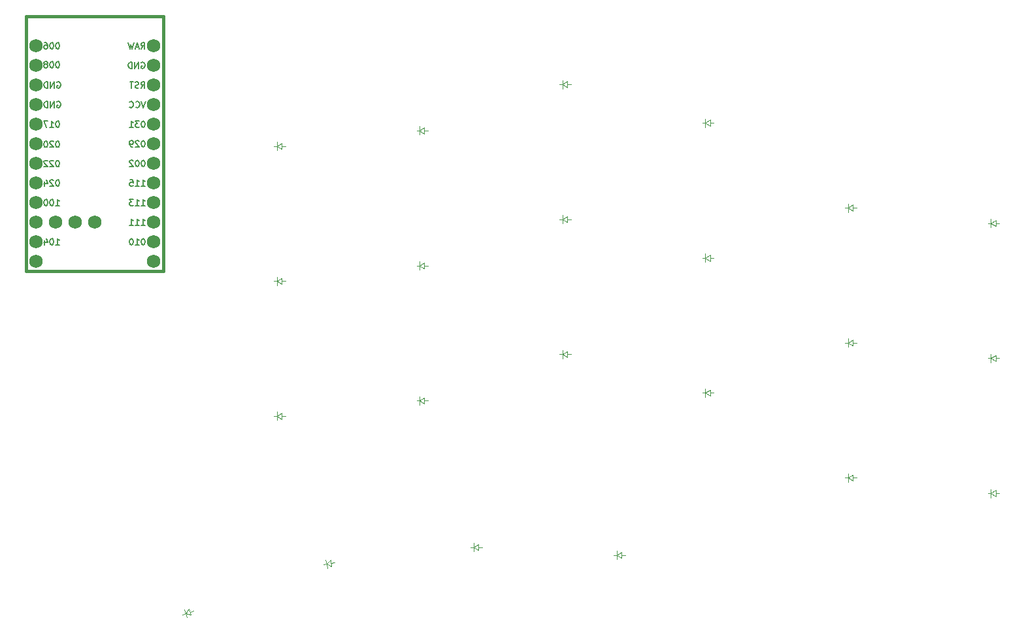
<source format=gbr>
%TF.GenerationSoftware,KiCad,Pcbnew,8.0.4*%
%TF.CreationDate,2024-08-22T13:25:09+01:00*%
%TF.ProjectId,right (v2 backup),72696768-7420-4287-9632-206261636b75,v1.0.0*%
%TF.SameCoordinates,Original*%
%TF.FileFunction,Legend,Bot*%
%TF.FilePolarity,Positive*%
%FSLAX46Y46*%
G04 Gerber Fmt 4.6, Leading zero omitted, Abs format (unit mm)*
G04 Created by KiCad (PCBNEW 8.0.4) date 2024-08-22 13:25:09*
%MOMM*%
%LPD*%
G01*
G04 APERTURE LIST*
%ADD10C,0.150000*%
%ADD11C,0.100000*%
%ADD12C,0.381000*%
%ADD13C,1.752600*%
G04 APERTURE END LIST*
D10*
X278091273Y-29872904D02*
X278357940Y-29491951D01*
X278548416Y-29872904D02*
X278548416Y-29072904D01*
X278548416Y-29072904D02*
X278243654Y-29072904D01*
X278243654Y-29072904D02*
X278167464Y-29110999D01*
X278167464Y-29110999D02*
X278129369Y-29149094D01*
X278129369Y-29149094D02*
X278091273Y-29225285D01*
X278091273Y-29225285D02*
X278091273Y-29339570D01*
X278091273Y-29339570D02*
X278129369Y-29415761D01*
X278129369Y-29415761D02*
X278167464Y-29453856D01*
X278167464Y-29453856D02*
X278243654Y-29491951D01*
X278243654Y-29491951D02*
X278548416Y-29491951D01*
X277786512Y-29644332D02*
X277405559Y-29644332D01*
X277862702Y-29872904D02*
X277596035Y-29072904D01*
X277596035Y-29072904D02*
X277329369Y-29872904D01*
X277138893Y-29072904D02*
X276948417Y-29872904D01*
X276948417Y-29872904D02*
X276796036Y-29301475D01*
X276796036Y-29301475D02*
X276643655Y-29872904D01*
X276643655Y-29872904D02*
X276453179Y-29072904D01*
X278129368Y-31650999D02*
X278205558Y-31612904D01*
X278205558Y-31612904D02*
X278319844Y-31612904D01*
X278319844Y-31612904D02*
X278434130Y-31650999D01*
X278434130Y-31650999D02*
X278510320Y-31727189D01*
X278510320Y-31727189D02*
X278548415Y-31803380D01*
X278548415Y-31803380D02*
X278586511Y-31955761D01*
X278586511Y-31955761D02*
X278586511Y-32070047D01*
X278586511Y-32070047D02*
X278548415Y-32222428D01*
X278548415Y-32222428D02*
X278510320Y-32298618D01*
X278510320Y-32298618D02*
X278434130Y-32374809D01*
X278434130Y-32374809D02*
X278319844Y-32412904D01*
X278319844Y-32412904D02*
X278243653Y-32412904D01*
X278243653Y-32412904D02*
X278129368Y-32374809D01*
X278129368Y-32374809D02*
X278091272Y-32336713D01*
X278091272Y-32336713D02*
X278091272Y-32070047D01*
X278091272Y-32070047D02*
X278243653Y-32070047D01*
X277748415Y-32412904D02*
X277748415Y-31612904D01*
X277748415Y-31612904D02*
X277291272Y-32412904D01*
X277291272Y-32412904D02*
X277291272Y-31612904D01*
X276910320Y-32412904D02*
X276910320Y-31612904D01*
X276910320Y-31612904D02*
X276719844Y-31612904D01*
X276719844Y-31612904D02*
X276605558Y-31650999D01*
X276605558Y-31650999D02*
X276529368Y-31727189D01*
X276529368Y-31727189D02*
X276491273Y-31803380D01*
X276491273Y-31803380D02*
X276453177Y-31955761D01*
X276453177Y-31955761D02*
X276453177Y-32070047D01*
X276453177Y-32070047D02*
X276491273Y-32222428D01*
X276491273Y-32222428D02*
X276529368Y-32298618D01*
X276529368Y-32298618D02*
X276605558Y-32374809D01*
X276605558Y-32374809D02*
X276719844Y-32412904D01*
X276719844Y-32412904D02*
X276910320Y-32412904D01*
X278091272Y-34952904D02*
X278357939Y-34571951D01*
X278548415Y-34952904D02*
X278548415Y-34152904D01*
X278548415Y-34152904D02*
X278243653Y-34152904D01*
X278243653Y-34152904D02*
X278167463Y-34190999D01*
X278167463Y-34190999D02*
X278129368Y-34229094D01*
X278129368Y-34229094D02*
X278091272Y-34305285D01*
X278091272Y-34305285D02*
X278091272Y-34419570D01*
X278091272Y-34419570D02*
X278129368Y-34495761D01*
X278129368Y-34495761D02*
X278167463Y-34533856D01*
X278167463Y-34533856D02*
X278243653Y-34571951D01*
X278243653Y-34571951D02*
X278548415Y-34571951D01*
X277786511Y-34914809D02*
X277672225Y-34952904D01*
X277672225Y-34952904D02*
X277481749Y-34952904D01*
X277481749Y-34952904D02*
X277405558Y-34914809D01*
X277405558Y-34914809D02*
X277367463Y-34876713D01*
X277367463Y-34876713D02*
X277329368Y-34800523D01*
X277329368Y-34800523D02*
X277329368Y-34724332D01*
X277329368Y-34724332D02*
X277367463Y-34648142D01*
X277367463Y-34648142D02*
X277405558Y-34610047D01*
X277405558Y-34610047D02*
X277481749Y-34571951D01*
X277481749Y-34571951D02*
X277634130Y-34533856D01*
X277634130Y-34533856D02*
X277710320Y-34495761D01*
X277710320Y-34495761D02*
X277748415Y-34457666D01*
X277748415Y-34457666D02*
X277786511Y-34381475D01*
X277786511Y-34381475D02*
X277786511Y-34305285D01*
X277786511Y-34305285D02*
X277748415Y-34229094D01*
X277748415Y-34229094D02*
X277710320Y-34190999D01*
X277710320Y-34190999D02*
X277634130Y-34152904D01*
X277634130Y-34152904D02*
X277443653Y-34152904D01*
X277443653Y-34152904D02*
X277329368Y-34190999D01*
X277100796Y-34152904D02*
X276643653Y-34152904D01*
X276872225Y-34952904D02*
X276872225Y-34152904D01*
X278669035Y-36692904D02*
X278402368Y-37492904D01*
X278402368Y-37492904D02*
X278135702Y-36692904D01*
X277411892Y-37416713D02*
X277449988Y-37454809D01*
X277449988Y-37454809D02*
X277564273Y-37492904D01*
X277564273Y-37492904D02*
X277640464Y-37492904D01*
X277640464Y-37492904D02*
X277754750Y-37454809D01*
X277754750Y-37454809D02*
X277830940Y-37378618D01*
X277830940Y-37378618D02*
X277869035Y-37302428D01*
X277869035Y-37302428D02*
X277907131Y-37150047D01*
X277907131Y-37150047D02*
X277907131Y-37035761D01*
X277907131Y-37035761D02*
X277869035Y-36883380D01*
X277869035Y-36883380D02*
X277830940Y-36807189D01*
X277830940Y-36807189D02*
X277754750Y-36730999D01*
X277754750Y-36730999D02*
X277640464Y-36692904D01*
X277640464Y-36692904D02*
X277564273Y-36692904D01*
X277564273Y-36692904D02*
X277449988Y-36730999D01*
X277449988Y-36730999D02*
X277411892Y-36769094D01*
X276611892Y-37416713D02*
X276649988Y-37454809D01*
X276649988Y-37454809D02*
X276764273Y-37492904D01*
X276764273Y-37492904D02*
X276840464Y-37492904D01*
X276840464Y-37492904D02*
X276954750Y-37454809D01*
X276954750Y-37454809D02*
X277030940Y-37378618D01*
X277030940Y-37378618D02*
X277069035Y-37302428D01*
X277069035Y-37302428D02*
X277107131Y-37150047D01*
X277107131Y-37150047D02*
X277107131Y-37035761D01*
X277107131Y-37035761D02*
X277069035Y-36883380D01*
X277069035Y-36883380D02*
X277030940Y-36807189D01*
X277030940Y-36807189D02*
X276954750Y-36730999D01*
X276954750Y-36730999D02*
X276840464Y-36692904D01*
X276840464Y-36692904D02*
X276764273Y-36692904D01*
X276764273Y-36692904D02*
X276649988Y-36730999D01*
X276649988Y-36730999D02*
X276611892Y-36769094D01*
X278402368Y-39232904D02*
X278326178Y-39232904D01*
X278326178Y-39232904D02*
X278249987Y-39270999D01*
X278249987Y-39270999D02*
X278211892Y-39309094D01*
X278211892Y-39309094D02*
X278173797Y-39385285D01*
X278173797Y-39385285D02*
X278135702Y-39537666D01*
X278135702Y-39537666D02*
X278135702Y-39728142D01*
X278135702Y-39728142D02*
X278173797Y-39880523D01*
X278173797Y-39880523D02*
X278211892Y-39956713D01*
X278211892Y-39956713D02*
X278249987Y-39994809D01*
X278249987Y-39994809D02*
X278326178Y-40032904D01*
X278326178Y-40032904D02*
X278402368Y-40032904D01*
X278402368Y-40032904D02*
X278478559Y-39994809D01*
X278478559Y-39994809D02*
X278516654Y-39956713D01*
X278516654Y-39956713D02*
X278554749Y-39880523D01*
X278554749Y-39880523D02*
X278592845Y-39728142D01*
X278592845Y-39728142D02*
X278592845Y-39537666D01*
X278592845Y-39537666D02*
X278554749Y-39385285D01*
X278554749Y-39385285D02*
X278516654Y-39309094D01*
X278516654Y-39309094D02*
X278478559Y-39270999D01*
X278478559Y-39270999D02*
X278402368Y-39232904D01*
X277869035Y-39232904D02*
X277373797Y-39232904D01*
X277373797Y-39232904D02*
X277640463Y-39537666D01*
X277640463Y-39537666D02*
X277526178Y-39537666D01*
X277526178Y-39537666D02*
X277449987Y-39575761D01*
X277449987Y-39575761D02*
X277411892Y-39613856D01*
X277411892Y-39613856D02*
X277373797Y-39690047D01*
X277373797Y-39690047D02*
X277373797Y-39880523D01*
X277373797Y-39880523D02*
X277411892Y-39956713D01*
X277411892Y-39956713D02*
X277449987Y-39994809D01*
X277449987Y-39994809D02*
X277526178Y-40032904D01*
X277526178Y-40032904D02*
X277754749Y-40032904D01*
X277754749Y-40032904D02*
X277830940Y-39994809D01*
X277830940Y-39994809D02*
X277869035Y-39956713D01*
X276611892Y-40032904D02*
X277069035Y-40032904D01*
X276840463Y-40032904D02*
X276840463Y-39232904D01*
X276840463Y-39232904D02*
X276916654Y-39347189D01*
X276916654Y-39347189D02*
X276992844Y-39423380D01*
X276992844Y-39423380D02*
X277069035Y-39461475D01*
X278402368Y-41772904D02*
X278326178Y-41772904D01*
X278326178Y-41772904D02*
X278249987Y-41810999D01*
X278249987Y-41810999D02*
X278211892Y-41849094D01*
X278211892Y-41849094D02*
X278173797Y-41925285D01*
X278173797Y-41925285D02*
X278135702Y-42077666D01*
X278135702Y-42077666D02*
X278135702Y-42268142D01*
X278135702Y-42268142D02*
X278173797Y-42420523D01*
X278173797Y-42420523D02*
X278211892Y-42496713D01*
X278211892Y-42496713D02*
X278249987Y-42534809D01*
X278249987Y-42534809D02*
X278326178Y-42572904D01*
X278326178Y-42572904D02*
X278402368Y-42572904D01*
X278402368Y-42572904D02*
X278478559Y-42534809D01*
X278478559Y-42534809D02*
X278516654Y-42496713D01*
X278516654Y-42496713D02*
X278554749Y-42420523D01*
X278554749Y-42420523D02*
X278592845Y-42268142D01*
X278592845Y-42268142D02*
X278592845Y-42077666D01*
X278592845Y-42077666D02*
X278554749Y-41925285D01*
X278554749Y-41925285D02*
X278516654Y-41849094D01*
X278516654Y-41849094D02*
X278478559Y-41810999D01*
X278478559Y-41810999D02*
X278402368Y-41772904D01*
X277830940Y-41849094D02*
X277792844Y-41810999D01*
X277792844Y-41810999D02*
X277716654Y-41772904D01*
X277716654Y-41772904D02*
X277526178Y-41772904D01*
X277526178Y-41772904D02*
X277449987Y-41810999D01*
X277449987Y-41810999D02*
X277411892Y-41849094D01*
X277411892Y-41849094D02*
X277373797Y-41925285D01*
X277373797Y-41925285D02*
X277373797Y-42001475D01*
X277373797Y-42001475D02*
X277411892Y-42115761D01*
X277411892Y-42115761D02*
X277869035Y-42572904D01*
X277869035Y-42572904D02*
X277373797Y-42572904D01*
X276992844Y-42572904D02*
X276840463Y-42572904D01*
X276840463Y-42572904D02*
X276764273Y-42534809D01*
X276764273Y-42534809D02*
X276726177Y-42496713D01*
X276726177Y-42496713D02*
X276649987Y-42382428D01*
X276649987Y-42382428D02*
X276611892Y-42230047D01*
X276611892Y-42230047D02*
X276611892Y-41925285D01*
X276611892Y-41925285D02*
X276649987Y-41849094D01*
X276649987Y-41849094D02*
X276688082Y-41810999D01*
X276688082Y-41810999D02*
X276764273Y-41772904D01*
X276764273Y-41772904D02*
X276916654Y-41772904D01*
X276916654Y-41772904D02*
X276992844Y-41810999D01*
X276992844Y-41810999D02*
X277030939Y-41849094D01*
X277030939Y-41849094D02*
X277069035Y-41925285D01*
X277069035Y-41925285D02*
X277069035Y-42115761D01*
X277069035Y-42115761D02*
X277030939Y-42191951D01*
X277030939Y-42191951D02*
X276992844Y-42230047D01*
X276992844Y-42230047D02*
X276916654Y-42268142D01*
X276916654Y-42268142D02*
X276764273Y-42268142D01*
X276764273Y-42268142D02*
X276688082Y-42230047D01*
X276688082Y-42230047D02*
X276649987Y-42191951D01*
X276649987Y-42191951D02*
X276611892Y-42115761D01*
X278402368Y-44312904D02*
X278326178Y-44312904D01*
X278326178Y-44312904D02*
X278249987Y-44350999D01*
X278249987Y-44350999D02*
X278211892Y-44389094D01*
X278211892Y-44389094D02*
X278173797Y-44465285D01*
X278173797Y-44465285D02*
X278135702Y-44617666D01*
X278135702Y-44617666D02*
X278135702Y-44808142D01*
X278135702Y-44808142D02*
X278173797Y-44960523D01*
X278173797Y-44960523D02*
X278211892Y-45036713D01*
X278211892Y-45036713D02*
X278249987Y-45074809D01*
X278249987Y-45074809D02*
X278326178Y-45112904D01*
X278326178Y-45112904D02*
X278402368Y-45112904D01*
X278402368Y-45112904D02*
X278478559Y-45074809D01*
X278478559Y-45074809D02*
X278516654Y-45036713D01*
X278516654Y-45036713D02*
X278554749Y-44960523D01*
X278554749Y-44960523D02*
X278592845Y-44808142D01*
X278592845Y-44808142D02*
X278592845Y-44617666D01*
X278592845Y-44617666D02*
X278554749Y-44465285D01*
X278554749Y-44465285D02*
X278516654Y-44389094D01*
X278516654Y-44389094D02*
X278478559Y-44350999D01*
X278478559Y-44350999D02*
X278402368Y-44312904D01*
X277640463Y-44312904D02*
X277564273Y-44312904D01*
X277564273Y-44312904D02*
X277488082Y-44350999D01*
X277488082Y-44350999D02*
X277449987Y-44389094D01*
X277449987Y-44389094D02*
X277411892Y-44465285D01*
X277411892Y-44465285D02*
X277373797Y-44617666D01*
X277373797Y-44617666D02*
X277373797Y-44808142D01*
X277373797Y-44808142D02*
X277411892Y-44960523D01*
X277411892Y-44960523D02*
X277449987Y-45036713D01*
X277449987Y-45036713D02*
X277488082Y-45074809D01*
X277488082Y-45074809D02*
X277564273Y-45112904D01*
X277564273Y-45112904D02*
X277640463Y-45112904D01*
X277640463Y-45112904D02*
X277716654Y-45074809D01*
X277716654Y-45074809D02*
X277754749Y-45036713D01*
X277754749Y-45036713D02*
X277792844Y-44960523D01*
X277792844Y-44960523D02*
X277830940Y-44808142D01*
X277830940Y-44808142D02*
X277830940Y-44617666D01*
X277830940Y-44617666D02*
X277792844Y-44465285D01*
X277792844Y-44465285D02*
X277754749Y-44389094D01*
X277754749Y-44389094D02*
X277716654Y-44350999D01*
X277716654Y-44350999D02*
X277640463Y-44312904D01*
X277069035Y-44389094D02*
X277030939Y-44350999D01*
X277030939Y-44350999D02*
X276954749Y-44312904D01*
X276954749Y-44312904D02*
X276764273Y-44312904D01*
X276764273Y-44312904D02*
X276688082Y-44350999D01*
X276688082Y-44350999D02*
X276649987Y-44389094D01*
X276649987Y-44389094D02*
X276611892Y-44465285D01*
X276611892Y-44465285D02*
X276611892Y-44541475D01*
X276611892Y-44541475D02*
X276649987Y-44655761D01*
X276649987Y-44655761D02*
X277107130Y-45112904D01*
X277107130Y-45112904D02*
X276611892Y-45112904D01*
X278135702Y-47652904D02*
X278592845Y-47652904D01*
X278364273Y-47652904D02*
X278364273Y-46852904D01*
X278364273Y-46852904D02*
X278440464Y-46967189D01*
X278440464Y-46967189D02*
X278516654Y-47043380D01*
X278516654Y-47043380D02*
X278592845Y-47081475D01*
X277373797Y-47652904D02*
X277830940Y-47652904D01*
X277602368Y-47652904D02*
X277602368Y-46852904D01*
X277602368Y-46852904D02*
X277678559Y-46967189D01*
X277678559Y-46967189D02*
X277754749Y-47043380D01*
X277754749Y-47043380D02*
X277830940Y-47081475D01*
X276649987Y-46852904D02*
X277030939Y-46852904D01*
X277030939Y-46852904D02*
X277069035Y-47233856D01*
X277069035Y-47233856D02*
X277030939Y-47195761D01*
X277030939Y-47195761D02*
X276954749Y-47157666D01*
X276954749Y-47157666D02*
X276764273Y-47157666D01*
X276764273Y-47157666D02*
X276688082Y-47195761D01*
X276688082Y-47195761D02*
X276649987Y-47233856D01*
X276649987Y-47233856D02*
X276611892Y-47310047D01*
X276611892Y-47310047D02*
X276611892Y-47500523D01*
X276611892Y-47500523D02*
X276649987Y-47576713D01*
X276649987Y-47576713D02*
X276688082Y-47614809D01*
X276688082Y-47614809D02*
X276764273Y-47652904D01*
X276764273Y-47652904D02*
X276954749Y-47652904D01*
X276954749Y-47652904D02*
X277030939Y-47614809D01*
X277030939Y-47614809D02*
X277069035Y-47576713D01*
X278135702Y-50192904D02*
X278592845Y-50192904D01*
X278364273Y-50192904D02*
X278364273Y-49392904D01*
X278364273Y-49392904D02*
X278440464Y-49507189D01*
X278440464Y-49507189D02*
X278516654Y-49583380D01*
X278516654Y-49583380D02*
X278592845Y-49621475D01*
X277373797Y-50192904D02*
X277830940Y-50192904D01*
X277602368Y-50192904D02*
X277602368Y-49392904D01*
X277602368Y-49392904D02*
X277678559Y-49507189D01*
X277678559Y-49507189D02*
X277754749Y-49583380D01*
X277754749Y-49583380D02*
X277830940Y-49621475D01*
X277107130Y-49392904D02*
X276611892Y-49392904D01*
X276611892Y-49392904D02*
X276878558Y-49697666D01*
X276878558Y-49697666D02*
X276764273Y-49697666D01*
X276764273Y-49697666D02*
X276688082Y-49735761D01*
X276688082Y-49735761D02*
X276649987Y-49773856D01*
X276649987Y-49773856D02*
X276611892Y-49850047D01*
X276611892Y-49850047D02*
X276611892Y-50040523D01*
X276611892Y-50040523D02*
X276649987Y-50116713D01*
X276649987Y-50116713D02*
X276688082Y-50154809D01*
X276688082Y-50154809D02*
X276764273Y-50192904D01*
X276764273Y-50192904D02*
X276992844Y-50192904D01*
X276992844Y-50192904D02*
X277069035Y-50154809D01*
X277069035Y-50154809D02*
X277107130Y-50116713D01*
X278135702Y-52732904D02*
X278592845Y-52732904D01*
X278364273Y-52732904D02*
X278364273Y-51932904D01*
X278364273Y-51932904D02*
X278440464Y-52047189D01*
X278440464Y-52047189D02*
X278516654Y-52123380D01*
X278516654Y-52123380D02*
X278592845Y-52161475D01*
X277373797Y-52732904D02*
X277830940Y-52732904D01*
X277602368Y-52732904D02*
X277602368Y-51932904D01*
X277602368Y-51932904D02*
X277678559Y-52047189D01*
X277678559Y-52047189D02*
X277754749Y-52123380D01*
X277754749Y-52123380D02*
X277830940Y-52161475D01*
X276611892Y-52732904D02*
X277069035Y-52732904D01*
X276840463Y-52732904D02*
X276840463Y-51932904D01*
X276840463Y-51932904D02*
X276916654Y-52047189D01*
X276916654Y-52047189D02*
X276992844Y-52123380D01*
X276992844Y-52123380D02*
X277069035Y-52161475D01*
X278402368Y-54472904D02*
X278326178Y-54472904D01*
X278326178Y-54472904D02*
X278249987Y-54510999D01*
X278249987Y-54510999D02*
X278211892Y-54549094D01*
X278211892Y-54549094D02*
X278173797Y-54625285D01*
X278173797Y-54625285D02*
X278135702Y-54777666D01*
X278135702Y-54777666D02*
X278135702Y-54968142D01*
X278135702Y-54968142D02*
X278173797Y-55120523D01*
X278173797Y-55120523D02*
X278211892Y-55196713D01*
X278211892Y-55196713D02*
X278249987Y-55234809D01*
X278249987Y-55234809D02*
X278326178Y-55272904D01*
X278326178Y-55272904D02*
X278402368Y-55272904D01*
X278402368Y-55272904D02*
X278478559Y-55234809D01*
X278478559Y-55234809D02*
X278516654Y-55196713D01*
X278516654Y-55196713D02*
X278554749Y-55120523D01*
X278554749Y-55120523D02*
X278592845Y-54968142D01*
X278592845Y-54968142D02*
X278592845Y-54777666D01*
X278592845Y-54777666D02*
X278554749Y-54625285D01*
X278554749Y-54625285D02*
X278516654Y-54549094D01*
X278516654Y-54549094D02*
X278478559Y-54510999D01*
X278478559Y-54510999D02*
X278402368Y-54472904D01*
X277373797Y-55272904D02*
X277830940Y-55272904D01*
X277602368Y-55272904D02*
X277602368Y-54472904D01*
X277602368Y-54472904D02*
X277678559Y-54587189D01*
X277678559Y-54587189D02*
X277754749Y-54663380D01*
X277754749Y-54663380D02*
X277830940Y-54701475D01*
X276878558Y-54472904D02*
X276802368Y-54472904D01*
X276802368Y-54472904D02*
X276726177Y-54510999D01*
X276726177Y-54510999D02*
X276688082Y-54549094D01*
X276688082Y-54549094D02*
X276649987Y-54625285D01*
X276649987Y-54625285D02*
X276611892Y-54777666D01*
X276611892Y-54777666D02*
X276611892Y-54968142D01*
X276611892Y-54968142D02*
X276649987Y-55120523D01*
X276649987Y-55120523D02*
X276688082Y-55196713D01*
X276688082Y-55196713D02*
X276726177Y-55234809D01*
X276726177Y-55234809D02*
X276802368Y-55272904D01*
X276802368Y-55272904D02*
X276878558Y-55272904D01*
X276878558Y-55272904D02*
X276954749Y-55234809D01*
X276954749Y-55234809D02*
X276992844Y-55196713D01*
X276992844Y-55196713D02*
X277030939Y-55120523D01*
X277030939Y-55120523D02*
X277069035Y-54968142D01*
X277069035Y-54968142D02*
X277069035Y-54777666D01*
X277069035Y-54777666D02*
X277030939Y-54625285D01*
X277030939Y-54625285D02*
X276992844Y-54549094D01*
X276992844Y-54549094D02*
X276954749Y-54510999D01*
X276954749Y-54510999D02*
X276878558Y-54472904D01*
X267327987Y-29072904D02*
X267251797Y-29072904D01*
X267251797Y-29072904D02*
X267175606Y-29110999D01*
X267175606Y-29110999D02*
X267137511Y-29149094D01*
X267137511Y-29149094D02*
X267099416Y-29225285D01*
X267099416Y-29225285D02*
X267061321Y-29377666D01*
X267061321Y-29377666D02*
X267061321Y-29568142D01*
X267061321Y-29568142D02*
X267099416Y-29720523D01*
X267099416Y-29720523D02*
X267137511Y-29796713D01*
X267137511Y-29796713D02*
X267175606Y-29834809D01*
X267175606Y-29834809D02*
X267251797Y-29872904D01*
X267251797Y-29872904D02*
X267327987Y-29872904D01*
X267327987Y-29872904D02*
X267404178Y-29834809D01*
X267404178Y-29834809D02*
X267442273Y-29796713D01*
X267442273Y-29796713D02*
X267480368Y-29720523D01*
X267480368Y-29720523D02*
X267518464Y-29568142D01*
X267518464Y-29568142D02*
X267518464Y-29377666D01*
X267518464Y-29377666D02*
X267480368Y-29225285D01*
X267480368Y-29225285D02*
X267442273Y-29149094D01*
X267442273Y-29149094D02*
X267404178Y-29110999D01*
X267404178Y-29110999D02*
X267327987Y-29072904D01*
X266566082Y-29072904D02*
X266489892Y-29072904D01*
X266489892Y-29072904D02*
X266413701Y-29110999D01*
X266413701Y-29110999D02*
X266375606Y-29149094D01*
X266375606Y-29149094D02*
X266337511Y-29225285D01*
X266337511Y-29225285D02*
X266299416Y-29377666D01*
X266299416Y-29377666D02*
X266299416Y-29568142D01*
X266299416Y-29568142D02*
X266337511Y-29720523D01*
X266337511Y-29720523D02*
X266375606Y-29796713D01*
X266375606Y-29796713D02*
X266413701Y-29834809D01*
X266413701Y-29834809D02*
X266489892Y-29872904D01*
X266489892Y-29872904D02*
X266566082Y-29872904D01*
X266566082Y-29872904D02*
X266642273Y-29834809D01*
X266642273Y-29834809D02*
X266680368Y-29796713D01*
X266680368Y-29796713D02*
X266718463Y-29720523D01*
X266718463Y-29720523D02*
X266756559Y-29568142D01*
X266756559Y-29568142D02*
X266756559Y-29377666D01*
X266756559Y-29377666D02*
X266718463Y-29225285D01*
X266718463Y-29225285D02*
X266680368Y-29149094D01*
X266680368Y-29149094D02*
X266642273Y-29110999D01*
X266642273Y-29110999D02*
X266566082Y-29072904D01*
X265613701Y-29072904D02*
X265766082Y-29072904D01*
X265766082Y-29072904D02*
X265842273Y-29110999D01*
X265842273Y-29110999D02*
X265880368Y-29149094D01*
X265880368Y-29149094D02*
X265956558Y-29263380D01*
X265956558Y-29263380D02*
X265994654Y-29415761D01*
X265994654Y-29415761D02*
X265994654Y-29720523D01*
X265994654Y-29720523D02*
X265956558Y-29796713D01*
X265956558Y-29796713D02*
X265918463Y-29834809D01*
X265918463Y-29834809D02*
X265842273Y-29872904D01*
X265842273Y-29872904D02*
X265689892Y-29872904D01*
X265689892Y-29872904D02*
X265613701Y-29834809D01*
X265613701Y-29834809D02*
X265575606Y-29796713D01*
X265575606Y-29796713D02*
X265537511Y-29720523D01*
X265537511Y-29720523D02*
X265537511Y-29530047D01*
X265537511Y-29530047D02*
X265575606Y-29453856D01*
X265575606Y-29453856D02*
X265613701Y-29415761D01*
X265613701Y-29415761D02*
X265689892Y-29377666D01*
X265689892Y-29377666D02*
X265842273Y-29377666D01*
X265842273Y-29377666D02*
X265918463Y-29415761D01*
X265918463Y-29415761D02*
X265956558Y-29453856D01*
X265956558Y-29453856D02*
X265994654Y-29530047D01*
X267327987Y-31542904D02*
X267251797Y-31542904D01*
X267251797Y-31542904D02*
X267175606Y-31580999D01*
X267175606Y-31580999D02*
X267137511Y-31619094D01*
X267137511Y-31619094D02*
X267099416Y-31695285D01*
X267099416Y-31695285D02*
X267061321Y-31847666D01*
X267061321Y-31847666D02*
X267061321Y-32038142D01*
X267061321Y-32038142D02*
X267099416Y-32190523D01*
X267099416Y-32190523D02*
X267137511Y-32266713D01*
X267137511Y-32266713D02*
X267175606Y-32304809D01*
X267175606Y-32304809D02*
X267251797Y-32342904D01*
X267251797Y-32342904D02*
X267327987Y-32342904D01*
X267327987Y-32342904D02*
X267404178Y-32304809D01*
X267404178Y-32304809D02*
X267442273Y-32266713D01*
X267442273Y-32266713D02*
X267480368Y-32190523D01*
X267480368Y-32190523D02*
X267518464Y-32038142D01*
X267518464Y-32038142D02*
X267518464Y-31847666D01*
X267518464Y-31847666D02*
X267480368Y-31695285D01*
X267480368Y-31695285D02*
X267442273Y-31619094D01*
X267442273Y-31619094D02*
X267404178Y-31580999D01*
X267404178Y-31580999D02*
X267327987Y-31542904D01*
X266566082Y-31542904D02*
X266489892Y-31542904D01*
X266489892Y-31542904D02*
X266413701Y-31580999D01*
X266413701Y-31580999D02*
X266375606Y-31619094D01*
X266375606Y-31619094D02*
X266337511Y-31695285D01*
X266337511Y-31695285D02*
X266299416Y-31847666D01*
X266299416Y-31847666D02*
X266299416Y-32038142D01*
X266299416Y-32038142D02*
X266337511Y-32190523D01*
X266337511Y-32190523D02*
X266375606Y-32266713D01*
X266375606Y-32266713D02*
X266413701Y-32304809D01*
X266413701Y-32304809D02*
X266489892Y-32342904D01*
X266489892Y-32342904D02*
X266566082Y-32342904D01*
X266566082Y-32342904D02*
X266642273Y-32304809D01*
X266642273Y-32304809D02*
X266680368Y-32266713D01*
X266680368Y-32266713D02*
X266718463Y-32190523D01*
X266718463Y-32190523D02*
X266756559Y-32038142D01*
X266756559Y-32038142D02*
X266756559Y-31847666D01*
X266756559Y-31847666D02*
X266718463Y-31695285D01*
X266718463Y-31695285D02*
X266680368Y-31619094D01*
X266680368Y-31619094D02*
X266642273Y-31580999D01*
X266642273Y-31580999D02*
X266566082Y-31542904D01*
X265842273Y-31885761D02*
X265918463Y-31847666D01*
X265918463Y-31847666D02*
X265956558Y-31809570D01*
X265956558Y-31809570D02*
X265994654Y-31733380D01*
X265994654Y-31733380D02*
X265994654Y-31695285D01*
X265994654Y-31695285D02*
X265956558Y-31619094D01*
X265956558Y-31619094D02*
X265918463Y-31580999D01*
X265918463Y-31580999D02*
X265842273Y-31542904D01*
X265842273Y-31542904D02*
X265689892Y-31542904D01*
X265689892Y-31542904D02*
X265613701Y-31580999D01*
X265613701Y-31580999D02*
X265575606Y-31619094D01*
X265575606Y-31619094D02*
X265537511Y-31695285D01*
X265537511Y-31695285D02*
X265537511Y-31733380D01*
X265537511Y-31733380D02*
X265575606Y-31809570D01*
X265575606Y-31809570D02*
X265613701Y-31847666D01*
X265613701Y-31847666D02*
X265689892Y-31885761D01*
X265689892Y-31885761D02*
X265842273Y-31885761D01*
X265842273Y-31885761D02*
X265918463Y-31923856D01*
X265918463Y-31923856D02*
X265956558Y-31961951D01*
X265956558Y-31961951D02*
X265994654Y-32038142D01*
X265994654Y-32038142D02*
X265994654Y-32190523D01*
X265994654Y-32190523D02*
X265956558Y-32266713D01*
X265956558Y-32266713D02*
X265918463Y-32304809D01*
X265918463Y-32304809D02*
X265842273Y-32342904D01*
X265842273Y-32342904D02*
X265689892Y-32342904D01*
X265689892Y-32342904D02*
X265613701Y-32304809D01*
X265613701Y-32304809D02*
X265575606Y-32266713D01*
X265575606Y-32266713D02*
X265537511Y-32190523D01*
X265537511Y-32190523D02*
X265537511Y-32038142D01*
X265537511Y-32038142D02*
X265575606Y-31961951D01*
X265575606Y-31961951D02*
X265613701Y-31923856D01*
X265613701Y-31923856D02*
X265689892Y-31885761D01*
X267213701Y-34190999D02*
X267289891Y-34152904D01*
X267289891Y-34152904D02*
X267404177Y-34152904D01*
X267404177Y-34152904D02*
X267518463Y-34190999D01*
X267518463Y-34190999D02*
X267594653Y-34267189D01*
X267594653Y-34267189D02*
X267632748Y-34343380D01*
X267632748Y-34343380D02*
X267670844Y-34495761D01*
X267670844Y-34495761D02*
X267670844Y-34610047D01*
X267670844Y-34610047D02*
X267632748Y-34762428D01*
X267632748Y-34762428D02*
X267594653Y-34838618D01*
X267594653Y-34838618D02*
X267518463Y-34914809D01*
X267518463Y-34914809D02*
X267404177Y-34952904D01*
X267404177Y-34952904D02*
X267327986Y-34952904D01*
X267327986Y-34952904D02*
X267213701Y-34914809D01*
X267213701Y-34914809D02*
X267175605Y-34876713D01*
X267175605Y-34876713D02*
X267175605Y-34610047D01*
X267175605Y-34610047D02*
X267327986Y-34610047D01*
X266832748Y-34952904D02*
X266832748Y-34152904D01*
X266832748Y-34152904D02*
X266375605Y-34952904D01*
X266375605Y-34952904D02*
X266375605Y-34152904D01*
X265994653Y-34952904D02*
X265994653Y-34152904D01*
X265994653Y-34152904D02*
X265804177Y-34152904D01*
X265804177Y-34152904D02*
X265689891Y-34190999D01*
X265689891Y-34190999D02*
X265613701Y-34267189D01*
X265613701Y-34267189D02*
X265575606Y-34343380D01*
X265575606Y-34343380D02*
X265537510Y-34495761D01*
X265537510Y-34495761D02*
X265537510Y-34610047D01*
X265537510Y-34610047D02*
X265575606Y-34762428D01*
X265575606Y-34762428D02*
X265613701Y-34838618D01*
X265613701Y-34838618D02*
X265689891Y-34914809D01*
X265689891Y-34914809D02*
X265804177Y-34952904D01*
X265804177Y-34952904D02*
X265994653Y-34952904D01*
X267213702Y-36730999D02*
X267289892Y-36692904D01*
X267289892Y-36692904D02*
X267404178Y-36692904D01*
X267404178Y-36692904D02*
X267518464Y-36730999D01*
X267518464Y-36730999D02*
X267594654Y-36807189D01*
X267594654Y-36807189D02*
X267632749Y-36883380D01*
X267632749Y-36883380D02*
X267670845Y-37035761D01*
X267670845Y-37035761D02*
X267670845Y-37150047D01*
X267670845Y-37150047D02*
X267632749Y-37302428D01*
X267632749Y-37302428D02*
X267594654Y-37378618D01*
X267594654Y-37378618D02*
X267518464Y-37454809D01*
X267518464Y-37454809D02*
X267404178Y-37492904D01*
X267404178Y-37492904D02*
X267327987Y-37492904D01*
X267327987Y-37492904D02*
X267213702Y-37454809D01*
X267213702Y-37454809D02*
X267175606Y-37416713D01*
X267175606Y-37416713D02*
X267175606Y-37150047D01*
X267175606Y-37150047D02*
X267327987Y-37150047D01*
X266832749Y-37492904D02*
X266832749Y-36692904D01*
X266832749Y-36692904D02*
X266375606Y-37492904D01*
X266375606Y-37492904D02*
X266375606Y-36692904D01*
X265994654Y-37492904D02*
X265994654Y-36692904D01*
X265994654Y-36692904D02*
X265804178Y-36692904D01*
X265804178Y-36692904D02*
X265689892Y-36730999D01*
X265689892Y-36730999D02*
X265613702Y-36807189D01*
X265613702Y-36807189D02*
X265575607Y-36883380D01*
X265575607Y-36883380D02*
X265537511Y-37035761D01*
X265537511Y-37035761D02*
X265537511Y-37150047D01*
X265537511Y-37150047D02*
X265575607Y-37302428D01*
X265575607Y-37302428D02*
X265613702Y-37378618D01*
X265613702Y-37378618D02*
X265689892Y-37454809D01*
X265689892Y-37454809D02*
X265804178Y-37492904D01*
X265804178Y-37492904D02*
X265994654Y-37492904D01*
X267327987Y-39242904D02*
X267251797Y-39242904D01*
X267251797Y-39242904D02*
X267175606Y-39280999D01*
X267175606Y-39280999D02*
X267137511Y-39319094D01*
X267137511Y-39319094D02*
X267099416Y-39395285D01*
X267099416Y-39395285D02*
X267061321Y-39547666D01*
X267061321Y-39547666D02*
X267061321Y-39738142D01*
X267061321Y-39738142D02*
X267099416Y-39890523D01*
X267099416Y-39890523D02*
X267137511Y-39966713D01*
X267137511Y-39966713D02*
X267175606Y-40004809D01*
X267175606Y-40004809D02*
X267251797Y-40042904D01*
X267251797Y-40042904D02*
X267327987Y-40042904D01*
X267327987Y-40042904D02*
X267404178Y-40004809D01*
X267404178Y-40004809D02*
X267442273Y-39966713D01*
X267442273Y-39966713D02*
X267480368Y-39890523D01*
X267480368Y-39890523D02*
X267518464Y-39738142D01*
X267518464Y-39738142D02*
X267518464Y-39547666D01*
X267518464Y-39547666D02*
X267480368Y-39395285D01*
X267480368Y-39395285D02*
X267442273Y-39319094D01*
X267442273Y-39319094D02*
X267404178Y-39280999D01*
X267404178Y-39280999D02*
X267327987Y-39242904D01*
X266299416Y-40042904D02*
X266756559Y-40042904D01*
X266527987Y-40042904D02*
X266527987Y-39242904D01*
X266527987Y-39242904D02*
X266604178Y-39357189D01*
X266604178Y-39357189D02*
X266680368Y-39433380D01*
X266680368Y-39433380D02*
X266756559Y-39471475D01*
X266032749Y-39242904D02*
X265499415Y-39242904D01*
X265499415Y-39242904D02*
X265842273Y-40042904D01*
X267327987Y-41842904D02*
X267251797Y-41842904D01*
X267251797Y-41842904D02*
X267175606Y-41880999D01*
X267175606Y-41880999D02*
X267137511Y-41919094D01*
X267137511Y-41919094D02*
X267099416Y-41995285D01*
X267099416Y-41995285D02*
X267061321Y-42147666D01*
X267061321Y-42147666D02*
X267061321Y-42338142D01*
X267061321Y-42338142D02*
X267099416Y-42490523D01*
X267099416Y-42490523D02*
X267137511Y-42566713D01*
X267137511Y-42566713D02*
X267175606Y-42604809D01*
X267175606Y-42604809D02*
X267251797Y-42642904D01*
X267251797Y-42642904D02*
X267327987Y-42642904D01*
X267327987Y-42642904D02*
X267404178Y-42604809D01*
X267404178Y-42604809D02*
X267442273Y-42566713D01*
X267442273Y-42566713D02*
X267480368Y-42490523D01*
X267480368Y-42490523D02*
X267518464Y-42338142D01*
X267518464Y-42338142D02*
X267518464Y-42147666D01*
X267518464Y-42147666D02*
X267480368Y-41995285D01*
X267480368Y-41995285D02*
X267442273Y-41919094D01*
X267442273Y-41919094D02*
X267404178Y-41880999D01*
X267404178Y-41880999D02*
X267327987Y-41842904D01*
X266756559Y-41919094D02*
X266718463Y-41880999D01*
X266718463Y-41880999D02*
X266642273Y-41842904D01*
X266642273Y-41842904D02*
X266451797Y-41842904D01*
X266451797Y-41842904D02*
X266375606Y-41880999D01*
X266375606Y-41880999D02*
X266337511Y-41919094D01*
X266337511Y-41919094D02*
X266299416Y-41995285D01*
X266299416Y-41995285D02*
X266299416Y-42071475D01*
X266299416Y-42071475D02*
X266337511Y-42185761D01*
X266337511Y-42185761D02*
X266794654Y-42642904D01*
X266794654Y-42642904D02*
X266299416Y-42642904D01*
X265804177Y-41842904D02*
X265727987Y-41842904D01*
X265727987Y-41842904D02*
X265651796Y-41880999D01*
X265651796Y-41880999D02*
X265613701Y-41919094D01*
X265613701Y-41919094D02*
X265575606Y-41995285D01*
X265575606Y-41995285D02*
X265537511Y-42147666D01*
X265537511Y-42147666D02*
X265537511Y-42338142D01*
X265537511Y-42338142D02*
X265575606Y-42490523D01*
X265575606Y-42490523D02*
X265613701Y-42566713D01*
X265613701Y-42566713D02*
X265651796Y-42604809D01*
X265651796Y-42604809D02*
X265727987Y-42642904D01*
X265727987Y-42642904D02*
X265804177Y-42642904D01*
X265804177Y-42642904D02*
X265880368Y-42604809D01*
X265880368Y-42604809D02*
X265918463Y-42566713D01*
X265918463Y-42566713D02*
X265956558Y-42490523D01*
X265956558Y-42490523D02*
X265994654Y-42338142D01*
X265994654Y-42338142D02*
X265994654Y-42147666D01*
X265994654Y-42147666D02*
X265956558Y-41995285D01*
X265956558Y-41995285D02*
X265918463Y-41919094D01*
X265918463Y-41919094D02*
X265880368Y-41880999D01*
X265880368Y-41880999D02*
X265804177Y-41842904D01*
X267327987Y-44342904D02*
X267251797Y-44342904D01*
X267251797Y-44342904D02*
X267175606Y-44380999D01*
X267175606Y-44380999D02*
X267137511Y-44419094D01*
X267137511Y-44419094D02*
X267099416Y-44495285D01*
X267099416Y-44495285D02*
X267061321Y-44647666D01*
X267061321Y-44647666D02*
X267061321Y-44838142D01*
X267061321Y-44838142D02*
X267099416Y-44990523D01*
X267099416Y-44990523D02*
X267137511Y-45066713D01*
X267137511Y-45066713D02*
X267175606Y-45104809D01*
X267175606Y-45104809D02*
X267251797Y-45142904D01*
X267251797Y-45142904D02*
X267327987Y-45142904D01*
X267327987Y-45142904D02*
X267404178Y-45104809D01*
X267404178Y-45104809D02*
X267442273Y-45066713D01*
X267442273Y-45066713D02*
X267480368Y-44990523D01*
X267480368Y-44990523D02*
X267518464Y-44838142D01*
X267518464Y-44838142D02*
X267518464Y-44647666D01*
X267518464Y-44647666D02*
X267480368Y-44495285D01*
X267480368Y-44495285D02*
X267442273Y-44419094D01*
X267442273Y-44419094D02*
X267404178Y-44380999D01*
X267404178Y-44380999D02*
X267327987Y-44342904D01*
X266756559Y-44419094D02*
X266718463Y-44380999D01*
X266718463Y-44380999D02*
X266642273Y-44342904D01*
X266642273Y-44342904D02*
X266451797Y-44342904D01*
X266451797Y-44342904D02*
X266375606Y-44380999D01*
X266375606Y-44380999D02*
X266337511Y-44419094D01*
X266337511Y-44419094D02*
X266299416Y-44495285D01*
X266299416Y-44495285D02*
X266299416Y-44571475D01*
X266299416Y-44571475D02*
X266337511Y-44685761D01*
X266337511Y-44685761D02*
X266794654Y-45142904D01*
X266794654Y-45142904D02*
X266299416Y-45142904D01*
X265994654Y-44419094D02*
X265956558Y-44380999D01*
X265956558Y-44380999D02*
X265880368Y-44342904D01*
X265880368Y-44342904D02*
X265689892Y-44342904D01*
X265689892Y-44342904D02*
X265613701Y-44380999D01*
X265613701Y-44380999D02*
X265575606Y-44419094D01*
X265575606Y-44419094D02*
X265537511Y-44495285D01*
X265537511Y-44495285D02*
X265537511Y-44571475D01*
X265537511Y-44571475D02*
X265575606Y-44685761D01*
X265575606Y-44685761D02*
X266032749Y-45142904D01*
X266032749Y-45142904D02*
X265537511Y-45142904D01*
X267327987Y-46852904D02*
X267251797Y-46852904D01*
X267251797Y-46852904D02*
X267175606Y-46890999D01*
X267175606Y-46890999D02*
X267137511Y-46929094D01*
X267137511Y-46929094D02*
X267099416Y-47005285D01*
X267099416Y-47005285D02*
X267061321Y-47157666D01*
X267061321Y-47157666D02*
X267061321Y-47348142D01*
X267061321Y-47348142D02*
X267099416Y-47500523D01*
X267099416Y-47500523D02*
X267137511Y-47576713D01*
X267137511Y-47576713D02*
X267175606Y-47614809D01*
X267175606Y-47614809D02*
X267251797Y-47652904D01*
X267251797Y-47652904D02*
X267327987Y-47652904D01*
X267327987Y-47652904D02*
X267404178Y-47614809D01*
X267404178Y-47614809D02*
X267442273Y-47576713D01*
X267442273Y-47576713D02*
X267480368Y-47500523D01*
X267480368Y-47500523D02*
X267518464Y-47348142D01*
X267518464Y-47348142D02*
X267518464Y-47157666D01*
X267518464Y-47157666D02*
X267480368Y-47005285D01*
X267480368Y-47005285D02*
X267442273Y-46929094D01*
X267442273Y-46929094D02*
X267404178Y-46890999D01*
X267404178Y-46890999D02*
X267327987Y-46852904D01*
X266756559Y-46929094D02*
X266718463Y-46890999D01*
X266718463Y-46890999D02*
X266642273Y-46852904D01*
X266642273Y-46852904D02*
X266451797Y-46852904D01*
X266451797Y-46852904D02*
X266375606Y-46890999D01*
X266375606Y-46890999D02*
X266337511Y-46929094D01*
X266337511Y-46929094D02*
X266299416Y-47005285D01*
X266299416Y-47005285D02*
X266299416Y-47081475D01*
X266299416Y-47081475D02*
X266337511Y-47195761D01*
X266337511Y-47195761D02*
X266794654Y-47652904D01*
X266794654Y-47652904D02*
X266299416Y-47652904D01*
X265613701Y-47119570D02*
X265613701Y-47652904D01*
X265804177Y-46814809D02*
X265994654Y-47386237D01*
X265994654Y-47386237D02*
X265499415Y-47386237D01*
X267061321Y-50192904D02*
X267518464Y-50192904D01*
X267289892Y-50192904D02*
X267289892Y-49392904D01*
X267289892Y-49392904D02*
X267366083Y-49507189D01*
X267366083Y-49507189D02*
X267442273Y-49583380D01*
X267442273Y-49583380D02*
X267518464Y-49621475D01*
X266566082Y-49392904D02*
X266489892Y-49392904D01*
X266489892Y-49392904D02*
X266413701Y-49430999D01*
X266413701Y-49430999D02*
X266375606Y-49469094D01*
X266375606Y-49469094D02*
X266337511Y-49545285D01*
X266337511Y-49545285D02*
X266299416Y-49697666D01*
X266299416Y-49697666D02*
X266299416Y-49888142D01*
X266299416Y-49888142D02*
X266337511Y-50040523D01*
X266337511Y-50040523D02*
X266375606Y-50116713D01*
X266375606Y-50116713D02*
X266413701Y-50154809D01*
X266413701Y-50154809D02*
X266489892Y-50192904D01*
X266489892Y-50192904D02*
X266566082Y-50192904D01*
X266566082Y-50192904D02*
X266642273Y-50154809D01*
X266642273Y-50154809D02*
X266680368Y-50116713D01*
X266680368Y-50116713D02*
X266718463Y-50040523D01*
X266718463Y-50040523D02*
X266756559Y-49888142D01*
X266756559Y-49888142D02*
X266756559Y-49697666D01*
X266756559Y-49697666D02*
X266718463Y-49545285D01*
X266718463Y-49545285D02*
X266680368Y-49469094D01*
X266680368Y-49469094D02*
X266642273Y-49430999D01*
X266642273Y-49430999D02*
X266566082Y-49392904D01*
X265804177Y-49392904D02*
X265727987Y-49392904D01*
X265727987Y-49392904D02*
X265651796Y-49430999D01*
X265651796Y-49430999D02*
X265613701Y-49469094D01*
X265613701Y-49469094D02*
X265575606Y-49545285D01*
X265575606Y-49545285D02*
X265537511Y-49697666D01*
X265537511Y-49697666D02*
X265537511Y-49888142D01*
X265537511Y-49888142D02*
X265575606Y-50040523D01*
X265575606Y-50040523D02*
X265613701Y-50116713D01*
X265613701Y-50116713D02*
X265651796Y-50154809D01*
X265651796Y-50154809D02*
X265727987Y-50192904D01*
X265727987Y-50192904D02*
X265804177Y-50192904D01*
X265804177Y-50192904D02*
X265880368Y-50154809D01*
X265880368Y-50154809D02*
X265918463Y-50116713D01*
X265918463Y-50116713D02*
X265956558Y-50040523D01*
X265956558Y-50040523D02*
X265994654Y-49888142D01*
X265994654Y-49888142D02*
X265994654Y-49697666D01*
X265994654Y-49697666D02*
X265956558Y-49545285D01*
X265956558Y-49545285D02*
X265918463Y-49469094D01*
X265918463Y-49469094D02*
X265880368Y-49430999D01*
X265880368Y-49430999D02*
X265804177Y-49392904D01*
X267061321Y-55272903D02*
X267518464Y-55272903D01*
X267289892Y-55272903D02*
X267289892Y-54472903D01*
X267289892Y-54472903D02*
X267366083Y-54587188D01*
X267366083Y-54587188D02*
X267442273Y-54663379D01*
X267442273Y-54663379D02*
X267518464Y-54701474D01*
X266566082Y-54472903D02*
X266489892Y-54472903D01*
X266489892Y-54472903D02*
X266413701Y-54510998D01*
X266413701Y-54510998D02*
X266375606Y-54549093D01*
X266375606Y-54549093D02*
X266337511Y-54625284D01*
X266337511Y-54625284D02*
X266299416Y-54777665D01*
X266299416Y-54777665D02*
X266299416Y-54968141D01*
X266299416Y-54968141D02*
X266337511Y-55120522D01*
X266337511Y-55120522D02*
X266375606Y-55196712D01*
X266375606Y-55196712D02*
X266413701Y-55234808D01*
X266413701Y-55234808D02*
X266489892Y-55272903D01*
X266489892Y-55272903D02*
X266566082Y-55272903D01*
X266566082Y-55272903D02*
X266642273Y-55234808D01*
X266642273Y-55234808D02*
X266680368Y-55196712D01*
X266680368Y-55196712D02*
X266718463Y-55120522D01*
X266718463Y-55120522D02*
X266756559Y-54968141D01*
X266756559Y-54968141D02*
X266756559Y-54777665D01*
X266756559Y-54777665D02*
X266718463Y-54625284D01*
X266718463Y-54625284D02*
X266680368Y-54549093D01*
X266680368Y-54549093D02*
X266642273Y-54510998D01*
X266642273Y-54510998D02*
X266566082Y-54472903D01*
X265613701Y-54739569D02*
X265613701Y-55272903D01*
X265804177Y-54434808D02*
X265994654Y-55006236D01*
X265994654Y-55006236D02*
X265499415Y-55006236D01*
D11*
%TO.C,D1*%
X388815179Y-87480610D02*
X389315178Y-87480610D01*
X388815178Y-87880610D02*
X388215178Y-87480609D01*
X388815178Y-87080610D02*
X388815178Y-87880610D01*
X388215178Y-87480609D02*
X388815178Y-87080610D01*
X388215178Y-87480609D02*
X388215178Y-88030610D01*
X388215178Y-87480609D02*
X388215179Y-86930611D01*
X387815178Y-87480610D02*
X388215178Y-87480609D01*
%TO.C,D2*%
X388815180Y-69980608D02*
X389315179Y-69980608D01*
X388815179Y-70380608D02*
X388215179Y-69980607D01*
X388815179Y-69580608D02*
X388815179Y-70380608D01*
X388215179Y-69980607D02*
X388815179Y-69580608D01*
X388215179Y-69980607D02*
X388215179Y-70530608D01*
X388215179Y-69980607D02*
X388215180Y-69430609D01*
X387815179Y-69980608D02*
X388215179Y-69980607D01*
%TO.C,D3*%
X388815178Y-52480609D02*
X389315177Y-52480609D01*
X388815177Y-52880609D02*
X388215177Y-52480608D01*
X388815177Y-52080609D02*
X388815177Y-52880609D01*
X388215177Y-52480608D02*
X388815177Y-52080609D01*
X388215177Y-52480608D02*
X388215177Y-53030609D01*
X388215177Y-52480608D02*
X388215178Y-51930610D01*
X387815177Y-52480609D02*
X388215177Y-52480608D01*
%TO.C,D4*%
X370315179Y-85480609D02*
X370815178Y-85480609D01*
X370315178Y-85880609D02*
X369715178Y-85480608D01*
X370315178Y-85080609D02*
X370315178Y-85880609D01*
X369715178Y-85480608D02*
X370315178Y-85080609D01*
X369715178Y-85480608D02*
X369715178Y-86030609D01*
X369715178Y-85480608D02*
X369715179Y-84930610D01*
X369315178Y-85480609D02*
X369715178Y-85480608D01*
%TO.C,D5*%
X370315177Y-67980609D02*
X370815176Y-67980609D01*
X370315176Y-68380609D02*
X369715176Y-67980608D01*
X370315176Y-67580609D02*
X370315176Y-68380609D01*
X369715176Y-67980608D02*
X370315176Y-67580609D01*
X369715176Y-67980608D02*
X369715176Y-68530609D01*
X369715176Y-67980608D02*
X369715177Y-67430610D01*
X369315176Y-67980609D02*
X369715176Y-67980608D01*
%TO.C,D6*%
X370315180Y-50480609D02*
X370815179Y-50480609D01*
X370315179Y-50880609D02*
X369715179Y-50480608D01*
X370315179Y-50080609D02*
X370315179Y-50880609D01*
X369715179Y-50480608D02*
X370315179Y-50080609D01*
X369715179Y-50480608D02*
X369715179Y-51030609D01*
X369715179Y-50480608D02*
X369715180Y-49930610D01*
X369315179Y-50480609D02*
X369715179Y-50480608D01*
%TO.C,D7*%
X351815178Y-74480609D02*
X352315177Y-74480609D01*
X351815177Y-74880609D02*
X351215177Y-74480608D01*
X351815177Y-74080609D02*
X351815177Y-74880609D01*
X351215177Y-74480608D02*
X351815177Y-74080609D01*
X351215177Y-74480608D02*
X351215177Y-75030609D01*
X351215177Y-74480608D02*
X351215178Y-73930610D01*
X350815177Y-74480609D02*
X351215177Y-74480608D01*
%TO.C,D8*%
X351815180Y-56980608D02*
X352315179Y-56980608D01*
X351815179Y-57380608D02*
X351215179Y-56980607D01*
X351815179Y-56580608D02*
X351815179Y-57380608D01*
X351215179Y-56980607D02*
X351815179Y-56580608D01*
X351215179Y-56980607D02*
X351215179Y-57530608D01*
X351215179Y-56980607D02*
X351215180Y-56430609D01*
X350815179Y-56980608D02*
X351215179Y-56980607D01*
%TO.C,D9*%
X351815179Y-39480609D02*
X352315178Y-39480609D01*
X351815178Y-39880609D02*
X351215178Y-39480608D01*
X351815178Y-39080609D02*
X351815178Y-39880609D01*
X351215178Y-39480608D02*
X351815178Y-39080609D01*
X351215178Y-39480608D02*
X351215178Y-40030609D01*
X351215178Y-39480608D02*
X351215179Y-38930610D01*
X350815178Y-39480609D02*
X351215178Y-39480608D01*
%TO.C,D10*%
X333315178Y-69480609D02*
X333815177Y-69480609D01*
X333315177Y-69880609D02*
X332715177Y-69480608D01*
X333315177Y-69080609D02*
X333315177Y-69880609D01*
X332715177Y-69480608D02*
X333315177Y-69080609D01*
X332715177Y-69480608D02*
X332715177Y-70030609D01*
X332715177Y-69480608D02*
X332715178Y-68930610D01*
X332315177Y-69480609D02*
X332715177Y-69480608D01*
%TO.C,D11*%
X333315179Y-51980608D02*
X333815178Y-51980608D01*
X333315178Y-52380608D02*
X332715178Y-51980607D01*
X333315178Y-51580608D02*
X333315178Y-52380608D01*
X332715178Y-51980607D02*
X333315178Y-51580608D01*
X332715178Y-51980607D02*
X332715178Y-52530608D01*
X332715178Y-51980607D02*
X332715179Y-51430609D01*
X332315178Y-51980608D02*
X332715178Y-51980607D01*
%TO.C,D12*%
X333315180Y-34480609D02*
X333815179Y-34480609D01*
X333315179Y-34880609D02*
X332715179Y-34480608D01*
X333315179Y-34080609D02*
X333315179Y-34880609D01*
X332715179Y-34480608D02*
X333315179Y-34080609D01*
X332715179Y-34480608D02*
X332715179Y-35030609D01*
X332715179Y-34480608D02*
X332715180Y-33930610D01*
X332315179Y-34480609D02*
X332715179Y-34480608D01*
%TO.C,D13*%
X314815180Y-75480610D02*
X315315179Y-75480610D01*
X314815179Y-75880610D02*
X314215179Y-75480609D01*
X314815179Y-75080610D02*
X314815179Y-75880610D01*
X314215179Y-75480609D02*
X314815179Y-75080610D01*
X314215179Y-75480609D02*
X314215179Y-76030610D01*
X314215179Y-75480609D02*
X314215180Y-74930611D01*
X313815179Y-75480610D02*
X314215179Y-75480609D01*
%TO.C,D14*%
X314815178Y-57980608D02*
X315315177Y-57980608D01*
X314815177Y-58380608D02*
X314215177Y-57980607D01*
X314815177Y-57580608D02*
X314815177Y-58380608D01*
X314215177Y-57980607D02*
X314815177Y-57580608D01*
X314215177Y-57980607D02*
X314215177Y-58530608D01*
X314215177Y-57980607D02*
X314215178Y-57430609D01*
X313815177Y-57980608D02*
X314215177Y-57980607D01*
%TO.C,D15*%
X314815179Y-40480609D02*
X315315178Y-40480609D01*
X314815178Y-40880609D02*
X314215178Y-40480608D01*
X314815178Y-40080609D02*
X314815178Y-40880609D01*
X314215178Y-40480608D02*
X314815178Y-40080609D01*
X314215178Y-40480608D02*
X314215178Y-41030609D01*
X314215178Y-40480608D02*
X314215179Y-39930610D01*
X313815178Y-40480609D02*
X314215178Y-40480608D01*
%TO.C,D16*%
X296315179Y-77480610D02*
X296815178Y-77480610D01*
X296315178Y-77880610D02*
X295715178Y-77480609D01*
X296315178Y-77080610D02*
X296315178Y-77880610D01*
X295715178Y-77480609D02*
X296315178Y-77080610D01*
X295715178Y-77480609D02*
X295715178Y-78030610D01*
X295715178Y-77480609D02*
X295715179Y-76930611D01*
X295315178Y-77480610D02*
X295715178Y-77480609D01*
%TO.C,D17*%
X296315180Y-59980607D02*
X296815179Y-59980607D01*
X296315179Y-60380607D02*
X295715179Y-59980606D01*
X296315179Y-59580607D02*
X296315179Y-60380607D01*
X295715179Y-59980606D02*
X296315179Y-59580607D01*
X295715179Y-59980606D02*
X295715179Y-60530607D01*
X295715179Y-59980606D02*
X295715180Y-59430608D01*
X295315179Y-59980607D02*
X295715179Y-59980606D01*
%TO.C,D18*%
X296315179Y-42480609D02*
X296815178Y-42480609D01*
X296315178Y-42880609D02*
X295715178Y-42480608D01*
X296315178Y-42080609D02*
X296315178Y-42880609D01*
X295715178Y-42480608D02*
X296315178Y-42080609D01*
X295715178Y-42480608D02*
X295715178Y-43030609D01*
X295715178Y-42480608D02*
X295715179Y-41930610D01*
X295315178Y-42480609D02*
X295715178Y-42480608D01*
%TO.C,D19*%
X340315177Y-95480609D02*
X340815176Y-95480609D01*
X340315176Y-95880609D02*
X339715176Y-95480608D01*
X340315176Y-95080609D02*
X340315176Y-95880609D01*
X339715176Y-95480608D02*
X340315176Y-95080609D01*
X339715176Y-95480608D02*
X339715176Y-96030609D01*
X339715176Y-95480608D02*
X339715177Y-94930610D01*
X339315176Y-95480609D02*
X339715176Y-95480608D01*
%TO.C,D20*%
X321815179Y-94480608D02*
X322315178Y-94480608D01*
X321815178Y-94880608D02*
X321215178Y-94480607D01*
X321815178Y-94080608D02*
X321815178Y-94880608D01*
X321215178Y-94480607D02*
X321815178Y-94080608D01*
X321215178Y-94480607D02*
X321215178Y-95030608D01*
X321215178Y-94480607D02*
X321215179Y-93930609D01*
X320815178Y-94480608D02*
X321215178Y-94480607D01*
%TO.C,D21*%
X302707941Y-96539855D02*
X303200345Y-96453031D01*
X302777400Y-96933778D02*
X302117056Y-96644044D01*
X302638482Y-96145932D02*
X302777400Y-96933778D01*
X302117056Y-96644044D02*
X302638482Y-96145932D01*
X302117056Y-96644044D02*
X302212563Y-97185687D01*
X302117056Y-96644044D02*
X302021550Y-96102400D01*
X301723133Y-96713503D02*
X302117056Y-96644044D01*
%TO.C,D22*%
X284422218Y-102870561D02*
X284892063Y-102699551D01*
X284559025Y-103246438D02*
X283858403Y-103075774D01*
X284285409Y-102494684D02*
X284559025Y-103246438D01*
X283858403Y-103075774D02*
X284285409Y-102494684D01*
X283858403Y-103075774D02*
X284046513Y-103592603D01*
X283858403Y-103075774D02*
X283670291Y-102558942D01*
X283482525Y-103212581D02*
X283858403Y-103075774D01*
D12*
%TO.C,MCU1*%
X280955178Y-58720609D02*
X280955178Y-25700609D01*
X263175178Y-58720609D02*
X280955178Y-58720609D01*
X263175178Y-25700609D02*
X263175178Y-58720609D01*
X280955178Y-25700609D02*
X263175178Y-25700609D01*
%TD*%
D13*
%TO.C,MCU1*%
X264445178Y-29510610D03*
X264445178Y-32050609D03*
X264445178Y-34590609D03*
X264445178Y-37130609D03*
X264445178Y-39670609D03*
X264445178Y-42210609D03*
X264445178Y-44750609D03*
X264445178Y-47290609D03*
X264445179Y-49830609D03*
X264445178Y-52370609D03*
X264445178Y-54910609D03*
X264445178Y-57450609D03*
X279685178Y-57450608D03*
X279685178Y-54910609D03*
X279685178Y-52370609D03*
X279685178Y-49830609D03*
X279685178Y-47290609D03*
X279685178Y-44750609D03*
X279685178Y-42210609D03*
X279685178Y-39670609D03*
X279685177Y-37130609D03*
X279685178Y-34590609D03*
X279685178Y-32050609D03*
X279685178Y-29510609D03*
X266985178Y-52370609D03*
X269525178Y-52370609D03*
X272065178Y-52370609D03*
%TD*%
M02*

</source>
